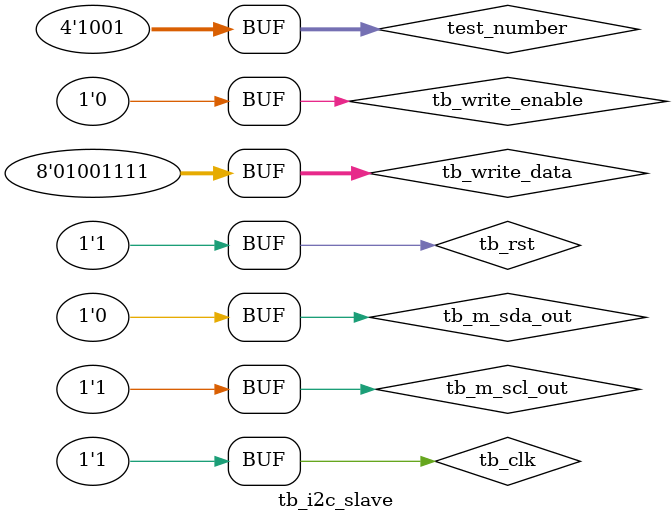
<source format=sv>

`timescale 1ns/1ns
module tb_i2c_slave();  
   parameter CLKGEN = 10;   
   reg tb_clk;
   reg tb_rst;
   reg tb_m_scl_out;
   reg tb_m_scl_in;
   reg tb_m_sda_in;
   reg tb_m_sda_out;   
   reg tb_s_scl_out;
   reg tb_s_scl_in;
   reg tb_s_sda_in;
   reg tb_s_sda_out;      
   reg tb_write_enable;
   reg [7:0] tb_write_data;  
   reg tb_fifo_empty;
   reg tb_fifo_full;  

 `define NUM_TEST_CASES 9
	
	reg [3:0] test_number;
   
   i2c_bus Mbus_map
   (
      .scl_write({tb_s_scl_out,tb_m_scl_out}), 
      .sda_write({tb_s_sda_out,tb_m_sda_out}),     
      .scl_read({tb_s_scl_in,tb_m_scl_in}),
      .sda_read({tb_s_sda_in,tb_m_sda_in})
   );
   
   i2c_slave DUT
   (
      .clk(tb_clk),
      .n_rst(tb_rst),
      .scl(tb_s_scl_in),
      .sda_in(tb_s_sda_in),
      .write_enable(tb_write_enable),
      .write_data(tb_write_data),   
      .sda_out(tb_s_sda_out),
      .fifo_empty(tb_fifo_empty),
      .fifo_full(tb_fifo_full)
   );

   always begin
      tb_clk = 0;
      #(CLKGEN * 0.5);
      tb_clk = 1'b1;
      #(CLKGEN * 0.5);
   end     
   
   always begin
      tb_m_scl_out = 1'b0;
      #200;      
      tb_m_scl_out = 1'b1;
      #100;
   end
   
   initial
   begin      
      tb_m_sda_out = 1'b1;
      tb_write_data = 8'h00;
      tb_write_enable = 0;
      tb_rst = 1'b1;
      #5;
	   tb_rst = 0;
      #5;
	   tb_rst = 1'b1;  
      $display("reset"); 
      
      #250;
      tb_write_data = 8'h0F;
      tb_m_sda_out = 0;
       tb_write_enable = 1;
      #30;
      tb_write_enable = 0; 

   for(test_number = 0; test_number < `NUM_TEST_CASES; test_number = test_number + 1)
		begin
    if(test_number == 4 | test_number == 5 | test_number == 6 )begin
			tb_m_sda_out = 0;
			end else begin
      tb_m_sda_out = 1;
      end
    #300;
   end
   tb_m_sda_out = 0;
   
   #4000;
    tb_write_enable = 1;
    tb_write_data = 8'h4F;
     #20;
    tb_write_enable = 0; 

   end
endmodule

</source>
